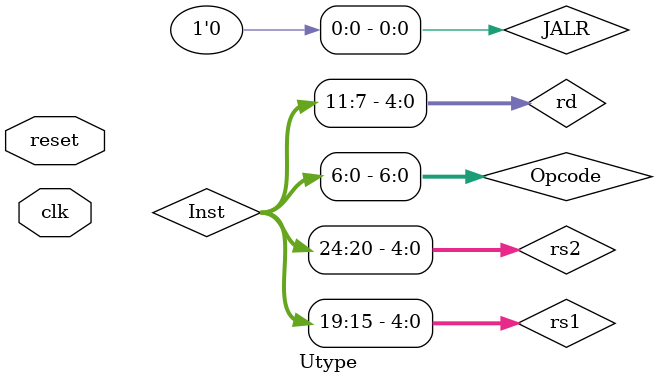
<source format=v>
`timescale 1ns / 1ps
module Utype 	( 
					input clk,
					input reset
					);
					
//	Inicialización de variables para el PC Regsiter
wire [31:0] PC;
wire [31:0] PC4;
wire [31:0] NextPC;	
PC RegPC (														//Inicializa Módulo PC
    .clk(clk), 												//Entrada de clock
    .NextPC(NextPC), 												//Entrada Dirección PC
    .PC(PC)														//Salida PC actualizado
    );
PC4 RegPC4 (													//Inicializa el Sumador de PC + 4
    .PC(PC), 													//Entrada PC actualizado
    .PC4(PC4)													//Salida PC4 = PC+4
    );

//	Inicialización de variables para la Instruction Memory
wire [31:0] Inst;
InstructionMemory IM (								//Inicializa funcion de Memoria Instrucciones
    .A(PC), 									//Entrada de PCactualizado
    .RD(Inst)													//Salida Rd
    );

//	Inicializacion de variables para la UC
wire [6:0] Opcode;
wire ForceJump,Branch,JumpPC,JumpRD,MemToReg,MemWrite,ALUscr,LUIscr,RegWrite;
wire [3:0] ALUOp;
//	Asignacion de bits para la UC
assign Opcode = Inst [6:0];
UC CU (								
    .Opcode(Opcode), 					
	 .ForceJump(ForceJump),
	 .Branch(Branch),
	 .JumpPC(JumpPC),
	 .JumpRD(JumpRD),
	 .MemToReg(MemToReg),
	 .MemWrite(MemWrite),
	 .ALUscr(ALUscr),
	 .LUIscr(LUIscr),
	 .ALUOp(ALUOp),
	 .RegWrite(RegWrite)
    );

//	Inicialización de variables para el Register File
wire [4:0] rs1;									
wire [4:0] rs2;
wire [4:0] rd;
wire [31:0] RD1;
wire [31:0] RD2;
wire [31:0] WD3;
// Asignacion de bits para los Address
assign rd = Inst [11:7];
assign rs1 = Inst [19:15];
assign rs2 = Inst [24:20];
RegisterFile RF (						//Inicializa funcion de banco de registros
    .clk(clk), 										//Entrada de clock
    .A1(rs1), 												//Entrada A1
    .A2(rs2), 												//Entrada A2
    .A3(rd), 												//Entrada A3
    .WE3(RegWrite), 											//Entrada WE3
    .WD3(WD3), 							//Entrada de salida de la ALU
    .reset(reset), 										//Entrada del reset
    .RD1(RD1), 											//Salida RD1
    .RD2(RD2)												//Salida RD2
    );

//	Inicializacion de variables para el Immediate Generator
wire [31:0] Imm;
ImmGenerator IG (									
    .Inst(Inst), 									
    .Imm(Imm)								
    );
	 
//	Inicializacion de variables para el sumador de PC+imm
wire [31:0] PCimm;
PCimm SumPCimm (														//Inicializa Módulo PC
    .PC(PC), 												//Entrada de clock
    .Imm(Imm), 												//Entrada Dirección PC
    .PCimm(PCimm)														//Salida PC actualizado
    );
	 
//	Inicializacion de variables para el Mux que decide entre RD2 o un valor inmediato
wire [31:0] RD2orImm;
Mux2to1 MuxRD2orImm (								
    .Sel(ALUscr),	
    .A(RD2), 											
    .B(Imm), 										
    .C(RD2orImm)													
    );

//	Inicializacion de variables para la ALU Control
wire [2:0] Funct3;
wire [6:0] Funct7;
wire [4:0] ALU_Control;
assign Funct3 = Inst[14:12];
assign Funct7 = Inst[31:25];
ALUControl AC (
	 .ALUOp(ALUOp),
	 .Funct75(Funct7[5]),
	 .Funct70(Funct7[0]),
	 .Funct3(Funct3),
	 .ALU_Control(ALU_Control)	
	 );

//	Inicializacion de variables para el Mux que decide entre RD1 o un valor de 0.
wire [31:0] RD1orLUI;
Mux2to1 MuxRD1orLUI (								
    .Sel(LUIscr),	
    .A(32'b0), 											
    .B(RD1), 										
    .C(RD1orLUI)													
    );
//	Inicializacion de variables para la ALU	 
wire [31:0] ALU_Result;
Alu ALU (													//Inicializacion de la funcion de la ALU
    .RD1(RD1orLUI), 												//Entrada RD1
    .RD2(RD2orImm), 												//Entrada RD2
    .ALU_Control(ALU_Control), 									//Entrada de ALU_Sel (seleccionador de alu)
    .ALU_Result(ALU_Result), 									//Salida ALU_Out
    .Zero(Zero)											//Condicion not equal
    );
	 
//	Inicializacion de variables para el Jump Control	 
wire BranchMux;
JumpControl JC (
		.Funct3(Funct3), 
		.ForceJump(ForceJump), 
		.Branch(Branch), 
		.Zero(Zero), 
		.BranchMux(BranchMux)
	);
	
//	Inicializacion de variables para el Mux que decide entre PC+4 o PC+imm
wire [31:0] PC4orPCimm;							
Mux2to1 MuxPC4orPCimm (
    .Sel(BranchMux), 
    .A(PC4), 
    .B(PCimm), 
    .C(PC4orPCimm)
    );
	 
//	Inicializacion de variables para el Mux que decide entre PC+4 o JALR
wire [31:0] JALR;							
assign JALR = {ALU_Result[31:1],1'b0};	
Mux2to1 MuxNextPC (
    .Sel(JumpPC), 
    .A(PC4orPCimm), 
    .B(JALR), 
    .C(NextPC)
    );

//	Inicializacion de variables para el Store Logic	 
wire [31:0] NDS;
wire [3:0] BE;	 
StoreLogic SL (						//Inicializacion de la funcion UnidadDeMemoria
    .D(RD2), 										//Entrada de clock a UnidadDeMemoria
    .ALU(ALU_Result[1:0]), 											//Entrada de ALU_Out
    .DT(Inst[13]), 												//Entrada de WE												
    .ND(NDS),	
	 .BE(BE)		
    );

//	Inicializacion de variables para la Data Memory
wire [31:0] RD;
DataMemory DM (						//Inicializacion de la funcion UnidadDeMemoria
    .clk(clk), 										//Entrada de clock a UnidadDeMemoria
    .WE(MemWrite), 												//Entrada de WE
	 .BE(BE), 												//Entrada de WE
	 .A(ALU_Result), 											//Entrada de ALU_Out
    .WD(NDS), 												//Entrada de RD2
    .RD(RD)									//Salida de SalidaMemoria
    );
	 
//	Inicializacion de variables para el Load Logic	 
wire [31:0] NDL;	 
LoadLogic LL (						//Inicializacion de la funcion UnidadDeMemoria
    .D(RD), 										//Entrada de clock a UnidadDeMemoria
    .ALU(ALU_Result[1:0]), 											//Entrada de ALU_Out
    .DT(Inst[13]), 												//Entrada de WE
    .Sign(Inst[14]), 												
    .ND(NDL)									
    );
	 
//Inicializacion de variables para el Mux que decide entre el resultado de la ALU o el contenido de Data Memory
wire [31:0] ALUorMEM;
Mux2to1 MuxALUorMEM (		
	 .Sel(MemToReg), 			
    .A(ALU_Result),											
    .B(NDL), 									
    .C(ALUorMEM)								
    );
//Inicializacion del Mux que decide entre la salida del Mux ALUorMEM o PC+4 
Mux2to1 MuxWD3 (										
	 .Sel(JumpRD), 			
    .A(ALUorMEM),											
    .B(PC4), 									
    .C(WD3)								
    );	 
endmodule

</source>
